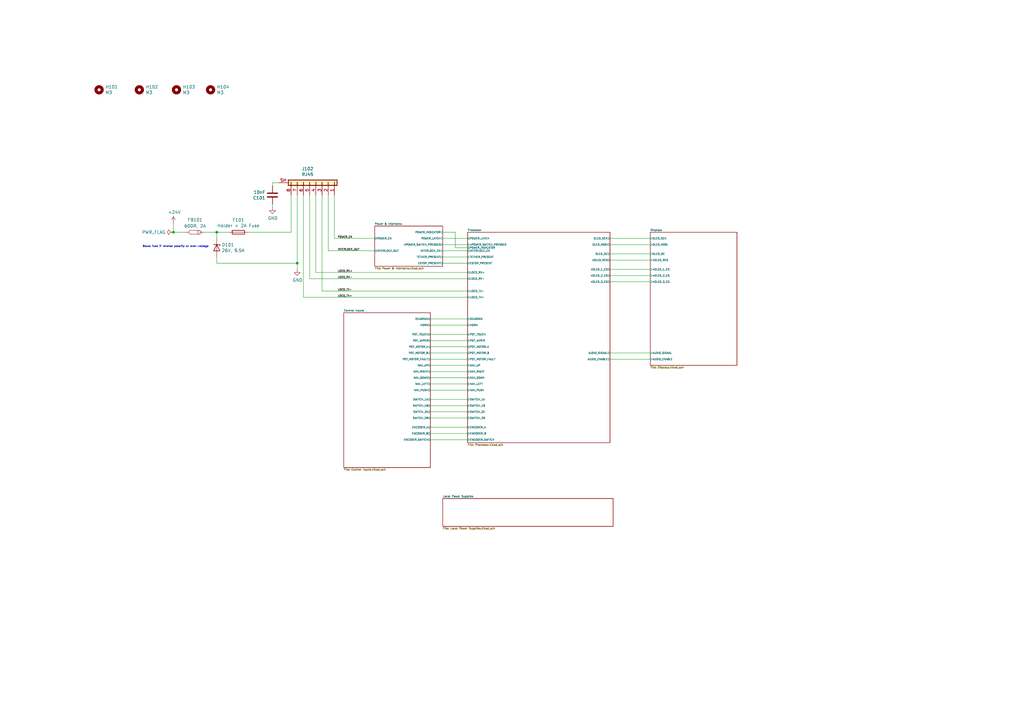
<source format=kicad_sch>
(kicad_sch (version 20211123) (generator eeschema)
  (paper "A3")
  (title_block (title "Control Box") (date "2021-05-26") (rev "vB") (comment 1 "EA") (comment 2 "MJ"))
  (lib_symbols
    (symbol "RCAS_Connectors_Generic:Conn_01x08_Shielded" (pin_names (offset 1.016) hide)
      (property "Reference" "J" (at 0.254 9.906 0))
      (property "Value" "Conn_01x08_Shielded" (at 1.016 -12.446 0))
      (symbol "Conn_01x08_Shielded_1_1"
        (rectangle (start -1.27 8.89) (end 1.27 -11.43) (stroke (width 0.1524)))
        (rectangle (start -1.016 -10.033) (end 0.254 -10.287) (stroke (width 0.1524)))
        (rectangle (start -1.016 -7.493) (end 0.254 -7.747) (stroke (width 0.1524)))
        (rectangle (start -1.016 -4.953) (end 0.254 -5.207) (stroke (width 0.1524)))
        (rectangle (start -1.016 -2.413) (end 0.254 -2.667) (stroke (width 0.1524)))
        (rectangle (start -1.016 0.127) (end 0.254 -0.127) (stroke (width 0.1524)))
        (rectangle (start -1.016 2.667) (end 0.254 2.413) (stroke (width 0.1524)))
        (rectangle (start -1.016 5.207) (end 0.254 4.953) (stroke (width 0.1524)))
        (rectangle (start -1.016 7.747) (end 0.254 7.493) (stroke (width 0.1524)))
        (rectangle (start -1.016 8.636) (end 1.016 -11.176) (stroke (width 0.254)) (fill (type background)))
        (pin passive line (at -5.08 7.62 0) (length 4.064) (name "Pin_1") (number "1"))
        (pin passive line (at -5.08 5.08 0) (length 4.064) (name "Pin_2") (number "2"))
        (pin passive line (at -5.08 2.54 0) (length 4.064) (name "Pin_3") (number "3"))
        (pin passive line (at -5.08 0 0) (length 4.064) (name "Pin_4") (number "4"))
        (pin passive line (at -5.08 -2.54 0) (length 4.064) (name "Pin_5") (number "5"))
        (pin passive line (at -5.08 -5.08 0) (length 4.064) (name "Pin_6") (number "6"))
        (pin passive line (at -5.08 -7.62 0) (length 4.064) (name "Pin_7") (number "7"))
        (pin passive line (at -5.08 -10.16 0) (length 4.064) (name "Pin_8") (number "8"))
        (pin passive line (at 0 -15.24 90) (length 3.81) (name "Shield") (number "SH"))
      )
    )
    (symbol "RCAS_Diodes:D_Zener" (pin_numbers hide) (pin_names (offset 1.016) hide)
      (property "Reference" "D" (at 0 2.54 0))
      (property "Value" "D_Zener" (at 0 -2.54 0))
      (symbol "D_Zener_0_1"
        (polyline (pts (xy 1.27 0) (xy -1.27 0)))
        (polyline (pts (xy -1.27 -1.27) (xy -1.27 1.27) (xy -0.762 1.27)) (stroke (width 0.254)))
        (polyline (pts (xy 1.27 -1.27) (xy 1.27 1.27) (xy -1.27 0) (xy 1.27 -1.27)) (stroke (width 0.254)))
      )
      (symbol "D_Zener_1_1"
        (pin passive line (at -3.81 0 0) (length 2.54) (name "K") (number "1"))
        (pin passive line (at 3.81 0 180) (length 2.54) (name "A") (number "2"))
      )
    )
    (symbol "RCAS_Mechanical:MountingHole" (pin_names (offset 1.016))
      (property "Reference" "H" (at 0 5.08 0))
      (property "Value" "MountingHole" (at 0 3.175 0))
      (symbol "MountingHole_0_1"
        (circle (center 0 0) (radius 1.27) (stroke (width 1.27)))
      )
    )
    (symbol "RCAS_Passives:Capacitor" (pin_numbers hide) (pin_names (offset 0.254))
      (property "Reference" "C" (at 0.635 2.54 0))
      (property "Value" "Capacitor" (at 0.635 -2.54 0))
      (symbol "Capacitor_0_1"
        (polyline (pts (xy -2.032 -0.762) (xy 2.032 -0.762)) (stroke (width 0.508)))
        (polyline (pts (xy -2.032 0.762) (xy 2.032 0.762)) (stroke (width 0.508)))
      )
      (symbol "Capacitor_1_1"
        (pin passive line (at 0 3.81 270) (length 2.794) (name "~") (number "1"))
        (pin passive line (at 0 -3.81 90) (length 2.794) (name "~") (number "2"))
      )
    )
    (symbol "RCAS_Passives:Ferrite_Bead" (pin_numbers hide) (pin_names (offset 0))
      (property "Reference" "FB" (at -1.905 0.635 90))
      (property "Value" "Ferrite_Bead" (at 1.905 0.635 90))
      (symbol "Ferrite_Bead_0_1"
        (arc (start -0.762 -1.778) (mid 0 -2.54) (end 0.762 -1.778))
        (polyline (pts (xy -0.762 -1.778) (xy -0.762 1.778)))
        (polyline (pts (xy 0.762 -1.778) (xy 0.762 1.778)))
        (circle (center 0 1.778) (radius 0.762))
      )
      (symbol "Ferrite_Bead_1_1"
        (pin passive line (at 0 3.81 270) (length 2.032) (name "~") (number "1"))
        (pin passive line (at 0 -3.81 90) (length 1.27) (name "~") (number "2"))
      )
    )
    (symbol "RCAS_Passives:Fuse" (pin_numbers hide) (pin_names (offset 0))
      (property "Reference" "F" (at 2.032 0 90))
      (property "Value" "Fuse" (at -1.905 0 90))
      (symbol "Fuse_0_1"
        (rectangle (start -0.762 -2.54) (end 0.762 2.54) (stroke (width 0.254)))
        (polyline (pts (xy 0 2.54) (xy 0 -2.54)))
      )
      (symbol "Fuse_1_1"
        (pin passive line (at 0 3.81 270) (length 1.27) (name "~") (number "1"))
        (pin passive line (at 0 -3.81 90) (length 1.27) (name "~") (number "2"))
      )
    )
    (symbol "RCAS_Power_Symbols:+24V0" (power) (pin_names (offset 0))
      (property "Value" "+24V0" (at 0 3.556 0))
      (symbol "+24V0_0_1"
        (polyline (pts (xy -0.762 1.27) (xy 0 2.54)))
        (polyline (pts (xy 0 0) (xy 0 2.54)))
        (polyline (pts (xy 0 2.54) (xy 0.762 1.27)))
      )
      (symbol "+24V0_1_1"
        (pin power_in line (at 0 0 90) (length 0) hide (name "+24V") (number "1"))
      )
    )
    (symbol "RCAS_Power_Symbols:GND" (power) (pin_names (offset 0))
      (property "Value" "GND" (at 0 -3.81 0))
      (symbol "GND_0_1"
        (polyline (pts (xy 0 0) (xy 0 -1.27) (xy 1.27 -1.27) (xy 0 -2.54) (xy -1.27 -1.27) (xy 0 -1.27)))
      )
      (symbol "GND_1_1"
        (pin power_in line (at 0 0 270) (length 0) hide (name "GND") (number "1"))
      )
    )
    (symbol "RCAS_Power_Symbols:PWR_FLAG" (power) (pin_numbers hide) (pin_names (offset 0) hide)
      (symbol "PWR_FLAG_0_0"
        (pin power_out line (at 0 0 90) (length 0) (name "pwr") (number "1"))
      )
      (symbol "PWR_FLAG_0_1"
        (polyline (pts (xy 0 0) (xy 0 1.27) (xy -1.016 1.905) (xy 0 2.54) (xy 1.016 1.905) (xy 0 1.27)))
      )
    )
  )
  (junction (at 88.9 95.25))
  (junction (at 71.12 95.25))
  (junction (at 121.92 107.95))
  (wire (pts (xy 250.19 97.79) (xy 266.7 97.79)))
  (wire (pts (xy 176.53 149.86) (xy 191.77 149.86)))
  (wire (pts (xy 176.53 133.35) (xy 191.77 133.35)))
  (wire (pts (xy 176.53 163.83) (xy 191.77 163.83)))
  (wire (pts (xy 186.69 95.25) (xy 181.61 95.25)))
  (wire (pts (xy 250.19 106.68) (xy 266.7 106.68)))
  (wire (pts (xy 176.53 166.37) (xy 191.77 166.37)))
  (wire (pts (xy 181.61 102.87) (xy 191.77 102.87)))
  (wire (pts (xy 134.62 102.87) (xy 153.67 102.87)))
  (wire (pts (xy 119.38 80.01) (xy 119.38 95.25)))
  (wire (pts (xy 83.82 95.25) (xy 88.9 95.25)))
  (wire (pts (xy 250.19 113.03) (xy 266.7 113.03)))
  (wire (pts (xy 181.61 97.79) (xy 191.77 97.79)))
  (wire (pts (xy 176.53 152.4) (xy 191.77 152.4)))
  (wire (pts (xy 191.77 114.3) (xy 127 114.3)))
  (wire (pts (xy 176.53 168.91) (xy 191.77 168.91)))
  (wire (pts (xy 111.76 83.82) (xy 111.76 85.09)))
  (wire (pts (xy 127 80.01) (xy 127 114.3)))
  (wire (pts (xy 176.53 147.32) (xy 191.77 147.32)))
  (wire (pts (xy 71.12 95.25) (xy 76.2 95.25)))
  (wire (pts (xy 266.7 144.78) (xy 250.19 144.78)))
  (wire (pts (xy 266.7 147.32) (xy 250.19 147.32)))
  (wire (pts (xy 176.53 139.7) (xy 191.77 139.7)))
  (wire (pts (xy 250.19 100.33) (xy 266.7 100.33)))
  (wire (pts (xy 176.53 137.16) (xy 191.77 137.16)))
  (wire (pts (xy 88.9 97.79) (xy 88.9 95.25)))
  (wire (pts (xy 250.19 115.57) (xy 266.7 115.57)))
  (wire (pts (xy 176.53 144.78) (xy 191.77 144.78)))
  (wire (pts (xy 129.54 111.76) (xy 191.77 111.76)))
  (wire (pts (xy 181.61 105.41) (xy 191.77 105.41)))
  (wire (pts (xy 176.53 130.81) (xy 191.77 130.81)))
  (wire (pts (xy 191.77 154.94) (xy 176.53 154.94)))
  (wire (pts (xy 191.77 119.38) (xy 132.08 119.38)))
  (wire (pts (xy 186.69 101.6) (xy 186.69 95.25)))
  (wire (pts (xy 132.08 80.01) (xy 132.08 119.38)))
  (wire (pts (xy 191.77 101.6) (xy 186.69 101.6)))
  (wire (pts (xy 176.53 160.02) (xy 191.77 160.02)))
  (wire (pts (xy 250.19 104.14) (xy 266.7 104.14)))
  (wire (pts (xy 176.53 142.24) (xy 191.77 142.24)))
  (wire (pts (xy 176.53 157.48) (xy 191.77 157.48)))
  (wire (pts (xy 124.46 121.92) (xy 191.77 121.92)))
  (wire (pts (xy 137.16 97.79) (xy 153.67 97.79)))
  (wire (pts (xy 176.53 175.26) (xy 191.77 175.26)))
  (wire (pts (xy 101.6 95.25) (xy 119.38 95.25)))
  (wire (pts (xy 121.92 107.95) (xy 121.92 110.49)))
  (wire (pts (xy 114.3 74.93) (xy 111.76 74.93)))
  (wire (pts (xy 250.19 110.49) (xy 266.7 110.49)))
  (wire (pts (xy 181.61 100.33) (xy 191.77 100.33)))
  (wire (pts (xy 88.9 107.95) (xy 121.92 107.95)))
  (wire (pts (xy 124.46 80.01) (xy 124.46 121.92)))
  (wire (pts (xy 129.54 80.01) (xy 129.54 111.76)))
  (wire (pts (xy 121.92 80.01) (xy 121.92 107.95)))
  (wire (pts (xy 176.53 180.34) (xy 191.77 180.34)))
  (wire (pts (xy 191.77 171.45) (xy 176.53 171.45)))
  (wire (pts (xy 181.61 107.95) (xy 191.77 107.95)))
  (wire (pts (xy 134.62 80.01) (xy 134.62 102.87)))
  (wire (pts (xy 137.16 80.01) (xy 137.16 97.79)))
  (wire (pts (xy 111.76 74.93) (xy 111.76 76.2)))
  (wire (pts (xy 88.9 95.25) (xy 93.98 95.25)))
  (wire (pts (xy 176.53 177.8) (xy 191.77 177.8)))
  (wire (pts (xy 88.9 107.95) (xy 88.9 105.41)))
  (wire (pts (xy 71.12 91.44) (xy 71.12 95.25)))
  (text "Blows fuse if reverse polarity or over-voltage" (at 58.42 101.6 0) (effects (font (size 0.762 0.762)) (justify left bottom)))
  (label "LOCO_RX-" (at 138.43 114.3 0) (effects (font (size 0.762 0.762))))
  (label "LOCO_TX+" (at 138.43 121.92 0) (effects (font (size 0.762 0.762))))
  (label "INTERLOCK_OUT" (at 138.43 102.87 0) (effects (font (size 0.762 0.762))))
  (label "LOCO_RX+" (at 138.43 111.76 0) (effects (font (size 0.762 0.762))))
  (label "POWER_EN" (at 138.43 97.79 0) (effects (font (size 0.762 0.762))))
  (label "LOCO_TX-" (at 138.43 119.38 0) (effects (font (size 0.762 0.762))))
  (symbol (lib_id "RCAS_Passives:Ferrite_Bead") (at 80.01 95.25 270) (unit 1)
    (property "Reference" "FB101" (at 80.01 90.17 90))
    (property "Value" "600R, 2A" (at 80.01 92.71 90))
    (property "Footprint" "RCAS_Inductor_SMD:L_0805_2012Metric_Pad1.15x1.40mm_HandSolder" (effects hide))
    (property "Description" "600R @ 100MHz, 2A, 80mR, 0805" (effects hide))
    (property "Manufacturer" "Wurth Elektronik" (effects hide))
    (property "Manufacturer Part Number" "74279220601" (effects hide))
    (property "Supplier" "Digikey" (effects hide))
    (property "Supplier Part Number" "732-6126-1-ND" (effects hide))
    (property "Cost" "£0.25" (effects hide))
  )
  (symbol (lib_id "RCAS_Passives:Fuse") (at 97.79 95.25 270) (unit 1)
    (property "Reference" "F101" (at 97.79 90.2462 90))
    (property "Value" "Holder + 2A Fuse" (at 97.79 92.5576 90))
    (property "Footprint" "RCAS_Fuse:Fuseholder_Littelfuse_154" (effects hide))
    (property "Description" "SM fuse holder, Omni-Blok, 125VDC" (effects hide))
    (property "Manufacturer" "Littlefuse" (effects hide))
    (property "Manufacturer Part Number" "0154002.DR" (effects hide))
    (property "Supplier" "Digikey" (effects hide))
    (property "Supplier Part Number" "F1224CT-ND" (effects hide))
    (property "Cost" "£1.91" (effects hide))
  )
  (symbol (lib_id "RCAS_Diodes:D_Zener") (at 88.9 101.6 270) (unit 1)
    (property "Reference" "D101" (at 90.932 100.4316 90) (effects (justify left)))
    (property "Value" "26V, 9.5A" (at 90.932 102.743 90) (effects (justify left)))
    (property "Footprint" "RCAS_Diode_SMD:D_SMA" (effects hide))
    (property "Description" "TVS Diode, 26V Standoff, 42.1V Clamp, DO214AC" (effects hide))
    (property "Manufacturer" "Littlefuse" (effects hide))
    (property "Manufacturer Part Number" "SMAJ26A" (effects hide))
    (property "Supplier" "Digikey" (effects hide))
    (property "Supplier Part Number" "SMAJ26ALFCT-ND" (effects hide))
    (property "Cost" "£0.28" (effects hide))
    (property "Basic/Extended" "Extended" (effects hide))
    (property "LCSC" "C49370" (effects hide))
  )
  (symbol (lib_id "RCAS_Power_Symbols:PWR_FLAG") (at 71.12 95.25 90) (unit 1)
    (property "Reference" "#FLG0101" (effects hide))
    (property "Value" "PWR_FLAG" (at 67.8942 95.25 90) (effects (justify left)))
  )
  (symbol (lib_id "RCAS_Power_Symbols:+24V0") (at 71.12 91.44 0) (unit 1)
    (property "Reference" "#PWR0101" (effects hide))
    (property "Value" "+24V0" (at 71.501 87.0458 0))
  )
  (symbol (lib_id "RCAS_Power_Symbols:GND") (at 121.92 110.49 0) (unit 1)
    (property "Reference" "#PWR0102" (effects hide))
    (property "Value" "GND" (at 122.047 114.8842 0))
  )
  (symbol (lib_id "RCAS_Mechanical:MountingHole") (at 40.64 36.83 0) (unit 1)
    (property "Reference" "H101" (at 43.18 35.6616 0) (effects (justify left)))
    (property "Value" "M3" (at 43.18 37.973 0) (effects (justify left)))
    (property "Footprint" "RCAS_MountingHole:MountingHole_3.2mm_M3" (effects hide))
  )
  (symbol (lib_id "RCAS_Mechanical:MountingHole") (at 57.15 36.83 0) (unit 1)
    (property "Reference" "H102" (at 59.69 35.6616 0) (effects (justify left)))
    (property "Value" "M3" (at 59.69 37.973 0) (effects (justify left)))
    (property "Footprint" "RCAS_MountingHole:MountingHole_3.2mm_M3" (effects hide))
  )
  (symbol (lib_id "RCAS_Mechanical:MountingHole") (at 72.39 36.83 0) (unit 1)
    (property "Reference" "H103" (at 74.93 35.6616 0) (effects (justify left)))
    (property "Value" "M3" (at 74.93 37.973 0) (effects (justify left)))
    (property "Footprint" "RCAS_MountingHole:MountingHole_3.2mm_M3" (effects hide))
  )
  (symbol (lib_id "RCAS_Mechanical:MountingHole") (at 86.36 36.83 0) (unit 1)
    (property "Reference" "H104" (at 88.9 35.6616 0) (effects (justify left)))
    (property "Value" "M3" (at 88.9 37.973 0) (effects (justify left)))
    (property "Footprint" "RCAS_MountingHole:MountingHole_3.2mm_M3" (effects hide))
  )
  (symbol (lib_id "RCAS_Connectors_Generic:Conn_01x08_Shielded") (at 129.54 74.93 270) (mirror x) (unit 1)
    (property "Reference" "J102" (at 126.1618 69.215 90))
    (property "Value" "RJ45" (at 126.1618 71.5264 90))
    (property "Footprint" "RCAS_Connector_RJ:RJ45_Amphenol_RJHSE5380" (effects hide))
    (property "Description" "8p8c RJ45 Female Jack Single Shielded RA TH" (effects hide))
    (property "Manufacturer" "Amphenol" (effects hide))
    (property "Manufacturer Part Number" "RJHSE-5380" (effects hide))
    (property "Supplier" "Digikey" (effects hide))
    (property "Supplier Part Number" "RJHSE-5380" (effects hide))
    (property "Cost" "£0.93" (effects hide))
  )
  (symbol (lib_id "RCAS_Passives:Capacitor") (at 111.76 80.01 180) (unit 1)
    (property "Reference" "C101" (at 108.839 81.1784 0) (effects (justify left)))
    (property "Value" "10nF" (at 108.839 78.867 0) (effects (justify left)))
    (property "Footprint" "RCAS_Capacitor_SMD:C_0603_1608Metric_Pad1.05x0.95mm_HandSolder" (effects hide))
    (property "LCSC" "C57112" (effects hide))
    (property "Basic/Extended" "Basic" (effects hide))
  )
  (symbol (lib_id "RCAS_Power_Symbols:GND") (at 111.76 85.09 0) (unit 1)
    (property "Reference" "#PWR0103" (effects hide))
    (property "Value" "GND" (at 111.887 89.4842 0))
  )
  (sheet (at 153.67 92.71) (size 27.94 16.51)
    (property "Sheet name" "Power & Interlocks" (at 153.67 92.2524 0) (effects (font (size 0.762 0.762)) (justify left bottom)))
    (property "Sheet file" "Power & Interlocks.kicad_sch" (at 153.67 109.6014 0) (effects (font (size 0.762 0.762)) (justify left top)))
    (pin "INTERLOCK_OUT" output (at 153.67 102.87 180) (effects (font (size 0.762 0.762))))
    (pin "POWER_EN" output (at 153.67 97.79 180) (effects (font (size 0.762 0.762))))
    (pin "POWER_LATCH" input (at 181.61 97.79 0) (effects (font (size 0.762 0.762))))
    (pin "nPOWER_SWITCH_PRESSED" output (at 181.61 100.33 0) (effects (font (size 0.762 0.762))))
    (pin "INTERLOCK_EN" input (at 181.61 102.87 0) (effects (font (size 0.762 0.762))))
    (pin "TETHER_PRESENT" output (at 181.61 105.41 0) (effects (font (size 0.762 0.762))))
    (pin "ESTOP_PRESENT" output (at 181.61 107.95 0) (effects (font (size 0.762 0.762))))
    (pin "POWER_INDICATOR" input (at 181.61 95.25 0) (effects (font (size 0.762 0.762))))
  )
  (sheet (at 140.97 128.27) (size 35.56 63.5)
    (property "Sheet name" "Control Inputs" (at 140.97 127.8124 0) (effects (font (size 0.762 0.762)) (justify left bottom)))
    (property "Sheet file" "Control Inputs.kicad_sch" (at 140.97 192.1514 0) (effects (font (size 0.762 0.762)) (justify left top)))
    (pin "ENCODER_A" output (at 176.53 175.26 0) (effects (font (size 0.762 0.762))))
    (pin "ENCODER_SWITCH" output (at 176.53 180.34 0) (effects (font (size 0.762 0.762))))
    (pin "ENCODER_B" output (at 176.53 177.8 0) (effects (font (size 0.762 0.762))))
    (pin "NAV_UP" output (at 176.53 149.86 0) (effects (font (size 0.762 0.762))))
    (pin "NAV_RIGHT" output (at 176.53 152.4 0) (effects (font (size 0.762 0.762))))
    (pin "NAV_DOWN" output (at 176.53 154.94 0) (effects (font (size 0.762 0.762))))
    (pin "NAV_PUSH" output (at 176.53 160.02 0) (effects (font (size 0.762 0.762))))
    (pin "NAV_LEFT" output (at 176.53 157.48 0) (effects (font (size 0.762 0.762))))
    (pin "SWITCH_2A" output (at 176.53 168.91 0) (effects (font (size 0.762 0.762))))
    (pin "SWITCH_2B" output (at 176.53 171.45 0) (effects (font (size 0.762 0.762))))
    (pin "SWITCH_1A" output (at 176.53 163.83 0) (effects (font (size 0.762 0.762))))
    (pin "SWITCH_1B" output (at 176.53 166.37 0) (effects (font (size 0.762 0.762))))
    (pin "DEADMAN" output (at 176.53 130.81 0) (effects (font (size 0.762 0.762))))
    (pin "HORN" output (at 176.53 133.35 0) (effects (font (size 0.762 0.762))))
    (pin "POT_TOUCH" output (at 176.53 137.16 0) (effects (font (size 0.762 0.762))))
    (pin "POT_WIPER" output (at 176.53 139.7 0) (effects (font (size 0.762 0.762))))
    (pin "POT_MOTOR_A" input (at 176.53 142.24 0) (effects (font (size 0.762 0.762))))
    (pin "POT_MOTOR_B" input (at 176.53 144.78 0) (effects (font (size 0.762 0.762))))
    (pin "POT_MOTOR_FAULT" output (at 176.53 147.32 0) (effects (font (size 0.762 0.762))))
  )
  (sheet (at 266.7 95.25) (size 35.56 54.61)
    (property "Sheet name" "Displays" (at 266.7 94.7924 0) (effects (font (size 0.762 0.762)) (justify left bottom)))
    (property "Sheet file" "Displays.kicad_sch" (at 266.7 150.2414 0) (effects (font (size 0.762 0.762)) (justify left top)))
    (pin "AUDIO_ENABLE" input (at 266.7 147.32 180) (effects (font (size 0.762 0.762))))
    (pin "AUDIO_SIGNAL" input (at 266.7 144.78 180) (effects (font (size 0.762 0.762))))
    (pin "nOLED_RES" input (at 266.7 106.68 180) (effects (font (size 0.762 0.762))))
    (pin "nOLED_3_CS" input (at 266.7 115.57 180) (effects (font (size 0.762 0.762))))
    (pin "nOLED_2_CS" input (at 266.7 113.03 180) (effects (font (size 0.762 0.762))))
    (pin "nOLED_1_CS" input (at 266.7 110.49 180) (effects (font (size 0.762 0.762))))
    (pin "OLED_DC" input (at 266.7 104.14 180) (effects (font (size 0.762 0.762))))
    (pin "OLED_MOSI" input (at 266.7 100.33 180) (effects (font (size 0.762 0.762))))
    (pin "OLED_SCK" input (at 266.7 97.79 180) (effects (font (size 0.762 0.762))))
  )
  (sheet (at 181.61 204.47) (size 69.85 11.43)
    (property "Sheet name" "Local Power Supplies" (at 181.61 204.0124 0) (effects (font (size 0.762 0.762)) (justify left bottom)))
    (property "Sheet file" "Local Power Supplies.kicad_sch" (at 181.61 216.2814 0) (effects (font (size 0.762 0.762)) (justify left top)))
  )
  (sheet (at 191.77 95.25) (size 58.42 86.36)
    (property "Sheet name" "Processor" (at 191.77 94.7924 0) (effects (font (size 0.762 0.762)) (justify left bottom)))
    (property "Sheet file" "Processor.kicad_sch" (at 191.77 181.9914 0) (effects (font (size 0.762 0.762)) (justify left top)))
    (pin "POWER_LATCH" output (at 191.77 97.79 180) (effects (font (size 0.762 0.762))))
    (pin "nPOWER_SWITCH_PRESSED" input (at 191.77 100.33 180) (effects (font (size 0.762 0.762))))
    (pin "INTERLOCK_EN" output (at 191.77 102.87 180) (effects (font (size 0.762 0.762))))
    (pin "TETHER_PRESENT" input (at 191.77 105.41 180) (effects (font (size 0.762 0.762))))
    (pin "LOCO_RX+" output (at 191.77 111.76 180) (effects (font (size 0.762 0.762))))
    (pin "LOCO_RX-" output (at 191.77 114.3 180) (effects (font (size 0.762 0.762))))
    (pin "LOCO_TX-" input (at 191.77 119.38 180) (effects (font (size 0.762 0.762))))
    (pin "LOCO_TX+" input (at 191.77 121.92 180) (effects (font (size 0.762 0.762))))
    (pin "ESTOP_PRESENT" input (at 191.77 107.95 180) (effects (font (size 0.762 0.762))))
    (pin "ENCODER_A" input (at 191.77 175.26 180) (effects (font (size 0.762 0.762))))
    (pin "ENCODER_B" input (at 191.77 177.8 180) (effects (font (size 0.762 0.762))))
    (pin "ENCODER_SWITCH" input (at 191.77 180.34 180) (effects (font (size 0.762 0.762))))
    (pin "AUDIO_ENABLE" output (at 250.19 147.32 0) (effects (font (size 0.762 0.762))))
    (pin "AUDIO_SIGNAL" output (at 250.19 144.78 0) (effects (font (size 0.762 0.762))))
    (pin "nOLED_RES" output (at 250.19 106.68 0) (effects (font (size 0.762 0.762))))
    (pin "NAV_UP" input (at 191.77 149.86 180) (effects (font (size 0.762 0.762))))
    (pin "NAV_RIGHT" input (at 191.77 152.4 180) (effects (font (size 0.762 0.762))))
    (pin "NAV_DOWN" input (at 191.77 154.94 180) (effects (font (size 0.762 0.762))))
    (pin "NAV_LEFT" input (at 191.77 157.48 180) (effects (font (size 0.762 0.762))))
    (pin "NAV_PUSH" input (at 191.77 160.02 180) (effects (font (size 0.762 0.762))))
    (pin "SWITCH_2A" input (at 191.77 168.91 180) (effects (font (size 0.762 0.762))))
    (pin "SWITCH_1A" input (at 191.77 163.83 180) (effects (font (size 0.762 0.762))))
    (pin "SWITCH_1B" input (at 191.77 166.37 180) (effects (font (size 0.762 0.762))))
    (pin "SWITCH_2B" input (at 191.77 171.45 180) (effects (font (size 0.762 0.762))))
    (pin "DEADMAN" input (at 191.77 130.81 180) (effects (font (size 0.762 0.762))))
    (pin "HORN" input (at 191.77 133.35 180) (effects (font (size 0.762 0.762))))
    (pin "OLED_MOSI" output (at 250.19 100.33 0) (effects (font (size 0.762 0.762))))
    (pin "OLED_SCK" output (at 250.19 97.79 0) (effects (font (size 0.762 0.762))))
    (pin "nOLED_1_CS" output (at 250.19 110.49 0) (effects (font (size 0.762 0.762))))
    (pin "nOLED_2_CS" output (at 250.19 113.03 0) (effects (font (size 0.762 0.762))))
    (pin "nOLED_3_CS" output (at 250.19 115.57 0) (effects (font (size 0.762 0.762))))
    (pin "OLED_DC" output (at 250.19 104.14 0) (effects (font (size 0.762 0.762))))
    (pin "POT_WIPER" input (at 191.77 139.7 180) (effects (font (size 0.762 0.762))))
    (pin "POT_MOTOR_A" output (at 191.77 142.24 180) (effects (font (size 0.762 0.762))))
    (pin "POT_MOTOR_B" output (at 191.77 144.78 180) (effects (font (size 0.762 0.762))))
    (pin "POT_TOUCH" input (at 191.77 137.16 180) (effects (font (size 0.762 0.762))))
    (pin "POWER_INDICATOR" output (at 191.77 101.6 180) (effects (font (size 0.762 0.762))))
    (pin "POT_MOTOR_FAULT" input (at 191.77 147.32 180) (effects (font (size 0.762 0.762))))
  )
)
</source>
